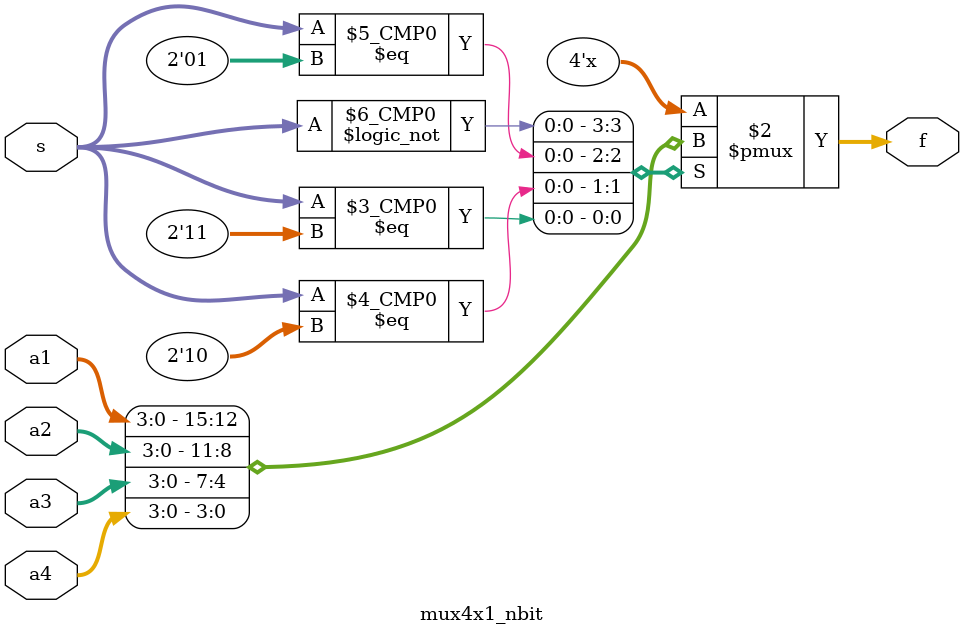
<source format=v>
`timescale 1ns / 1ps


module mux4x1_nbit
  #(parameter N=4)
    (
      input [N-1:0] a1, a2, a3, a4,
      input [1:0] s,
      output reg [N-1:0] f
    );
 
  always @(a1,a2,a3,a4,s)
   begin
     case (s)
       2'b00 : f = a1;
       2'b01 : f = a2;
       2'b10 : f = a3;
       2'b11 : f = a4;
       default : f = 'bx;    
     endcase
   end
endmodule

</source>
